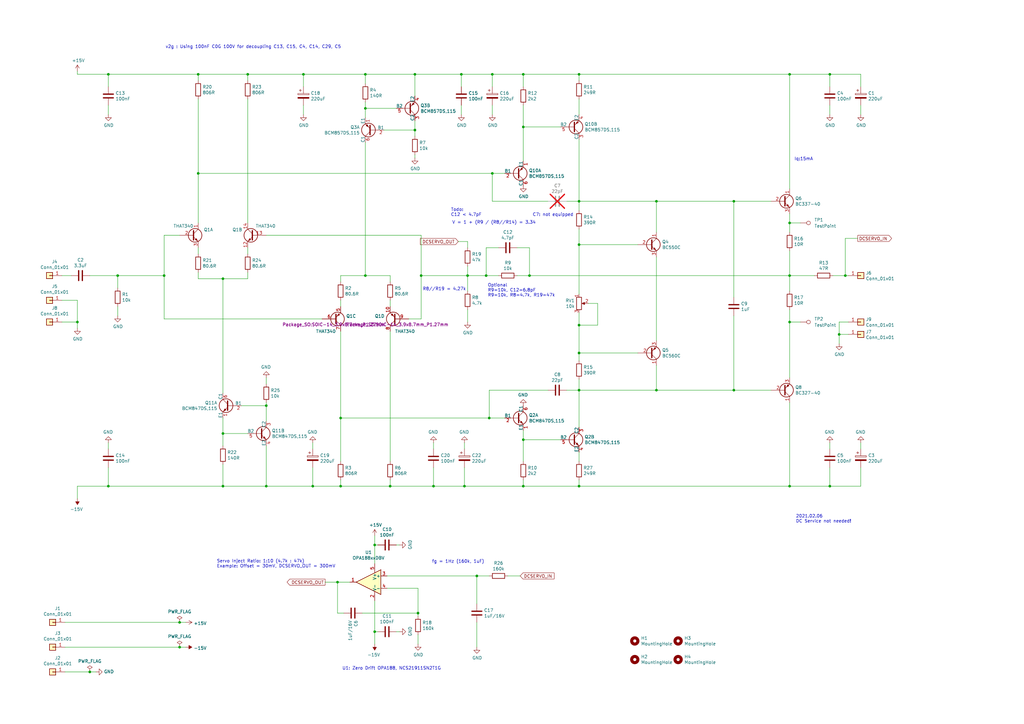
<source format=kicad_sch>
(kicad_sch (version 20231120) (generator "eeschema") (generator_version "8.0")
  (paper "A3")
  (title_block (title "Discrete Pre-Amp Elektor THAT340 with DC Servo") (date "2024-08-12") (rev "v2f"))
  (lib_symbols
    (symbol "Amplifier_Operational:OPA188xxDBV" (pin_names (offset 0.127))
      (property "Reference" "U" (at 0 5.08 0))
      (property "Value" "OPA188xxDBV" (at 0 -5.08 0))
      (symbol "OPA188xxDBV_0_1"
        (pin power_in line (at -2.54 -7.62 90) (length 3.81) (name "V-") (number "2"))
        (pin power_in line (at -2.54 7.62 270) (length 3.81) (name "V+") (number "5"))
      )
      (symbol "OPA188xxDBV_1_1"
        (pin output line (at 7.62 0 180) (length 2.54) (name "~") (number "1"))
        (pin input line (at -7.62 2.54 0) (length 2.54) (name "+") (number "3"))
        (pin input line (at -7.62 -2.54 0) (length 2.54) (name "-") (number "4"))
      )
    )
    (symbol "Connector:TestPoint" (pin_numbers hide) (pin_names (offset 0.762) hide)
      (property "Reference" "TP" (at 0 6.858 0))
      (property "Value" "TestPoint" (at 0 5.08 0))
      (symbol "TestPoint_1_1"
        (pin passive line (at 0 0 90) (length 2.54) (name "1") (number "1"))
      )
    )
    (symbol "Connector_Generic:Conn_01x01" (pin_names (offset 1.016) hide)
      (property "Reference" "J" (at 0 2.54 0))
      (property "Value" "Conn_01x01" (at 0 -2.54 0))
      (symbol "Conn_01x01_1_1"
        (pin passive line (at -5.08 0 0) (length 3.81) (name "Pin_1") (number "1"))
      )
    )
    (symbol "Device:C" (pin_numbers hide) (pin_names (offset 0.254))
      (property "Reference" "C" (at 0.635 2.54 0))
      (property "Value" "C" (at 0.635 -2.54 0))
      (symbol "C_1_1"
        (pin passive line (at 0 3.81 270) (length 2.794) (name "~") (number "1"))
        (pin passive line (at 0 -3.81 90) (length 2.794) (name "~") (number "2"))
      )
    )
    (symbol "Device:C_Polarized" (pin_numbers hide) (pin_names (offset 0.254))
      (property "Reference" "C" (at 0.635 2.54 0))
      (property "Value" "C_Polarized" (at 0.635 -2.54 0))
      (symbol "C_Polarized_1_1"
        (pin passive line (at 0 3.81 270) (length 2.794) (name "~") (number "1"))
        (pin passive line (at 0 -3.81 90) (length 2.794) (name "~") (number "2"))
      )
    )
    (symbol "Device:R" (pin_numbers hide) (pin_names (offset 0))
      (property "Reference" "R" (at 2.032 0 90))
      (property "Value" "R" (at 0 0 90))
      (symbol "R_1_1"
        (pin passive line (at 0 3.81 270) (length 1.27) (name "~") (number "1"))
        (pin passive line (at 0 -3.81 90) (length 1.27) (name "~") (number "2"))
      )
    )
    (symbol "Mechanical:MountingHole" (pin_names (offset 1.016))
      (property "Reference" "H" (at 0 5.08 0))
      (property "Value" "MountingHole" (at 0 3.175 0))
    )
    (symbol "Transistor_BJT:BC327" (pin_names (offset 0) hide)
      (property "Reference" "Q" (at 5.08 1.905 0))
      (property "Value" "BC327" (at 5.08 0 0))
      (symbol "BC327_1_1"
        (pin passive line (at 2.54 5.08 270) (length 2.54) (name "C") (number "1"))
        (pin input line (at -5.08 0 0) (length 5.715) (name "B") (number "2"))
        (pin passive line (at 2.54 -5.08 90) (length 2.54) (name "E") (number "3"))
      )
    )
    (symbol "Transistor_BJT:BC337" (pin_names (offset 0) hide)
      (property "Reference" "Q" (at 5.08 1.905 0))
      (property "Value" "BC337" (at 5.08 0 0))
      (symbol "BC337_1_1"
        (pin passive line (at 2.54 5.08 270) (length 2.54) (name "C") (number "1"))
        (pin input line (at -5.08 0 0) (length 5.08) (name "B") (number "2"))
        (pin passive line (at 2.54 -5.08 90) (length 2.54) (name "E") (number "3"))
      )
    )
    (symbol "Transistor_BJT:BC550" (pin_names (offset 0) hide)
      (property "Reference" "Q" (at 5.08 1.905 0))
      (property "Value" "BC550" (at 5.08 0 0))
      (symbol "BC550_1_1"
        (pin passive line (at 2.54 5.08 270) (length 2.54) (name "C") (number "1"))
        (pin input line (at -5.08 0 0) (length 5.08) (name "B") (number "2"))
        (pin passive line (at 2.54 -5.08 90) (length 2.54) (name "E") (number "3"))
      )
    )
    (symbol "Transistor_BJT:BC560" (pin_names (offset 0) hide)
      (property "Reference" "Q" (at 5.08 1.905 0))
      (property "Value" "BC560" (at 5.08 0 0))
      (symbol "BC560_1_1"
        (pin passive line (at 2.54 5.08 270) (length 2.54) (name "C") (number "1"))
        (pin input line (at -5.08 0 0) (length 5.715) (name "B") (number "2"))
        (pin passive line (at 2.54 -5.08 90) (length 2.54) (name "E") (number "3"))
      )
    )
    (symbol "kicad-snk:BCM847DS,115" (pin_names (offset 0))
      (property "Reference" "Q" (at 5.08 1.27 0))
      (property "Value" "BCM847DS,115" (at 5.08 -1.27 0))
      (symbol "BCM847DS,115_1_1"
        (pin passive line (at 2.54 -5.08 90) (length 2.54) (name "E1") (number "1"))
        (pin input line (at -5.08 0 0) (length 2.54) (name "B1") (number "2"))
        (pin passive line (at 2.54 5.08 270) (length 2.54) (name "C1") (number "6"))
      )
      (symbol "BCM847DS,115_2_1"
        (pin passive line (at 2.54 5.08 270) (length 2.54) (name "C2") (number "3"))
        (pin passive line (at 2.54 -5.08 90) (length 2.54) (name "E2") (number "4"))
        (pin input line (at -5.08 0 0) (length 2.54) (name "B2") (number "5"))
      )
    )
    (symbol "kicad-snk:BCM857DS,115" (pin_names (offset 0))
      (property "Reference" "Q" (at 5.08 1.27 0))
      (property "Value" "BCM857DS,115" (at 5.08 -1.27 0))
      (symbol "BCM857DS,115_1_1"
        (pin passive line (at 2.54 -5.08 90) (length 2.54) (name "E1") (number "1"))
        (pin input line (at -5.08 0 0) (length 2.54) (name "B1") (number "2"))
        (pin passive line (at 2.54 5.08 270) (length 2.54) (name "C1") (number "6"))
      )
      (symbol "BCM857DS,115_2_1"
        (pin passive line (at 2.54 5.08 270) (length 2.54) (name "C2") (number "3"))
        (pin passive line (at 2.54 -5.08 90) (length 2.54) (name "E2") (number "4"))
        (pin input line (at -5.08 0 0) (length 2.54) (name "B2") (number "5"))
      )
    )
    (symbol "kicad-snk:THAT340" (pin_names (offset 0) hide)
      (property "Reference" "Q" (at 5.334 -5.08 0))
      (property "Value" "THAT340" (at 5.334 -6.858 0))
      (property "Datasheet" "http://www.thatcorp.com/datashts/THAT_300-Series_Datasheet.pdf" (at -2.032 0 0))
      (symbol "THAT340_1_1"
        (pin passive line (at 2.54 5.08 270) (length 2.54) (name "C") (number "1"))
        (pin input line (at -5.08 0 0) (length 5.715) (name "B") (number "2"))
        (pin passive line (at 2.54 -5.08 90) (length 2.54) (name "E") (number "3"))
      )
      (symbol "THAT340_2_1"
        (pin passive line (at 2.54 -5.08 90) (length 2.54) (name "E") (number "12"))
        (pin input line (at -5.08 0 0) (length 5.715) (name "B") (number "13"))
        (pin passive line (at 2.54 5.08 270) (length 2.54) (name "C") (number "14"))
      )
      (symbol "THAT340_3_1"
        (pin passive line (at 2.54 5.08 270) (length 2.54) (name "C") (number "5"))
        (pin input line (at -5.08 0 0) (length 5.715) (name "B") (number "6"))
        (pin passive line (at 2.54 -5.08 90) (length 2.54) (name "E") (number "7"))
      )
      (symbol "THAT340_4_1"
        (pin input line (at 2.54 5.08 270) (length 2.54) (name "~") (number "10"))
        (pin passive line (at 2.54 -5.08 90) (length 2.54) (name "E") (number "8"))
        (pin input line (at -5.08 0 0) (length 5.715) (name "B") (number "9"))
      )
      (symbol "THAT340_5_0"
        (text "SUB" (at -2.667 0 0) (effects (font (size 1.524 1.524))))
        (text "SUB" (at 2.921 0 0) (effects (font (size 1.524 1.524))))
      )
      (symbol "THAT340_5_1"
        (pin passive line (at 7.62 0 180) (length 2.54) (name "E") (number "11"))
        (pin input line (at -7.62 0 0) (length 2.54) (name "B") (number "4"))
      )
    )
    (symbol "power:+15V" (power) (pin_names (offset 0))
      (property "Value" "+15V" (at 0 3.556 0))
      (symbol "+15V_1_1"
        (pin power_in line (at 0 0 90) (length 0) hide (name "+15V") (number "1"))
      )
    )
    (symbol "power:-15V" (power) (pin_names (offset 0))
      (property "Value" "-15V" (at 0 3.81 0))
      (symbol "-15V_0_0"
        (pin power_in line (at 0 0 90) (length 0) hide (name "-15V") (number "1"))
      )
    )
    (symbol "power:GND" (power) (pin_names (offset 0))
      (property "Value" "GND" (at 0 -3.81 0))
      (symbol "GND_1_1"
        (pin power_in line (at 0 0 270) (length 0) hide (name "GND") (number "1"))
      )
    )
    (symbol "power:PWR_FLAG" (power) (pin_numbers hide) (pin_names (offset 0) hide)
      (property "Value" "PWR_FLAG" (at 0 3.81 0))
      (symbol "PWR_FLAG_0_0"
        (pin power_out line (at 0 0 90) (length 0) (name "pwr") (number "1"))
      )
    )
    (symbol "pre-amp-discret-rescue:R_POT-Device" (pin_names (offset 1.016) hide)
      (property "Reference" "RV" (at -4.445 0 90))
      (property "Value" "R_POT-Device" (at -2.54 0 90))
      (symbol "R_POT-Device_1_1"
        (pin passive line (at 0 3.81 270) (length 1.27) (name "1") (number "1"))
        (pin passive line (at 3.81 0 180) (length 1.27) (name "2") (number "2"))
        (pin passive line (at 0 -3.81 90) (length 1.27) (name "3") (number "3"))
      )
    )
  )
  (junction (at 201.93 71.12))
  (junction (at 149.86 113.03))
  (junction (at 200.66 171.45))
  (junction (at 237.49 160.02))
  (junction (at 139.7 199.39))
  (junction (at 237.49 100.33))
  (junction (at 139.7 171.45))
  (junction (at 237.49 30.48))
  (junction (at 149.86 30.48))
  (junction (at 170.18 53.34))
  (junction (at 67.31 113.03))
  (junction (at 160.02 199.39))
  (junction (at 237.49 82.55))
  (junction (at 300.99 82.55))
  (junction (at 237.49 133.35))
  (junction (at 124.46 30.48))
  (junction (at 340.36 199.39))
  (junction (at 195.58 236.22))
  (junction (at 201.93 30.48))
  (junction (at 171.45 251.46))
  (junction (at 346.71 113.03))
  (junction (at 149.86 44.45))
  (junction (at 214.63 180.34))
  (junction (at 323.85 132.08))
  (junction (at 323.85 91.44))
  (junction (at 91.44 114.3))
  (junction (at 138.43 238.76))
  (junction (at 172.72 113.03))
  (junction (at 36.83 275.59))
  (junction (at 214.63 30.48))
  (junction (at 153.67 223.52))
  (junction (at 237.49 144.78))
  (junction (at 323.85 113.03))
  (junction (at 44.45 30.48))
  (junction (at 81.28 30.48))
  (junction (at 300.99 160.02))
  (junction (at 44.45 199.39))
  (junction (at 73.66 255.27))
  (junction (at 109.22 166.37))
  (junction (at 323.85 30.48))
  (junction (at 109.22 199.39))
  (junction (at 81.28 71.12))
  (junction (at 170.18 30.48))
  (junction (at 31.75 132.08))
  (junction (at 73.66 265.43))
  (junction (at 91.44 199.39))
  (junction (at 189.23 30.48))
  (junction (at 269.24 160.02))
  (junction (at 191.77 113.03))
  (junction (at 48.26 113.03))
  (junction (at 269.24 82.55))
  (junction (at 340.36 30.48))
  (junction (at 177.8 199.39))
  (junction (at 237.49 199.39))
  (junction (at 91.44 177.8))
  (junction (at 199.39 113.03))
  (junction (at 128.27 199.39))
  (junction (at 101.6 30.48))
  (junction (at 190.5 199.39))
  (junction (at 344.17 137.16))
  (junction (at 214.63 52.07))
  (junction (at 217.17 113.03))
  (junction (at 323.85 199.39))
  (junction (at 214.63 199.39))
  (junction (at 153.67 259.08))
  (wire (pts (xy 26.67 265.43) (xy 73.66 265.43)))
  (wire (pts (xy 81.28 71.12) (xy 81.28 91.44)))
  (wire (pts (xy 157.48 53.34) (xy 170.18 53.34)))
  (wire (pts (xy 73.66 255.27) (xy 76.2 255.27)))
  (wire (pts (xy 347.98 132.08) (xy 344.17 132.08)))
  (wire (pts (xy 91.44 114.3) (xy 81.28 114.3)))
  (wire (pts (xy 237.49 100.33) (xy 237.49 93.98)))
  (wire (pts (xy 177.8 184.15) (xy 177.8 181.61)))
  (wire (pts (xy 163.83 223.52) (xy 162.56 223.52)))
  (wire (pts (xy 201.93 30.48) (xy 214.63 30.48)))
  (wire (pts (xy 323.85 165.1) (xy 323.85 199.39)))
  (wire (pts (xy 158.75 236.22) (xy 195.58 236.22)))
  (wire (pts (xy 109.22 182.88) (xy 109.22 199.39)))
  (wire (pts (xy 323.85 119.38) (xy 323.85 113.03)))
  (wire (pts (xy 212.09 101.6) (xy 217.17 101.6)))
  (wire (pts (xy 353.06 43.18) (xy 353.06 46.99)))
  (wire (pts (xy 353.06 30.48) (xy 340.36 30.48)))
  (wire (pts (xy 237.49 199.39) (xy 237.49 196.85)))
  (wire (pts (xy 67.31 96.52) (xy 67.31 113.03)))
  (wire (pts (xy 261.62 100.33) (xy 237.49 100.33)))
  (wire (pts (xy 149.86 113.03) (xy 160.02 113.03)))
  (wire (pts (xy 189.23 30.48) (xy 189.23 35.56)))
  (wire (pts (xy 190.5 191.77) (xy 190.5 199.39)))
  (wire (pts (xy 172.72 96.52) (xy 172.72 113.03)))
  (wire (pts (xy 138.43 251.46) (xy 138.43 238.76)))
  (wire (pts (xy 153.67 219.71) (xy 153.67 223.52)))
  (wire (pts (xy 237.49 155.575) (xy 237.49 160.02)))
  (wire (pts (xy 153.67 246.38) (xy 153.67 259.08)))
  (wire (pts (xy 170.18 53.34) (xy 170.18 55.88)))
  (wire (pts (xy 269.24 82.55) (xy 237.49 82.55)))
  (wire (pts (xy 344.17 132.08) (xy 344.17 137.16)))
  (wire (pts (xy 347.98 137.16) (xy 344.17 137.16)))
  (wire (pts (xy 31.75 199.39) (xy 44.45 199.39)))
  (wire (pts (xy 340.36 35.56) (xy 340.36 30.48)))
  (wire (pts (xy 237.49 86.36) (xy 237.49 82.55)))
  (wire (pts (xy 323.85 91.44) (xy 328.295 91.44)))
  (wire (pts (xy 232.41 82.55) (xy 237.49 82.55)))
  (wire (pts (xy 237.49 185.42) (xy 237.49 189.23)))
  (wire (pts (xy 237.49 33.02) (xy 237.49 30.48)))
  (wire (pts (xy 25.4 132.08) (xy 31.75 132.08)))
  (wire (pts (xy 160.02 125.73) (xy 160.02 123.19)))
  (wire (pts (xy 148.59 251.46) (xy 171.45 251.46)))
  (wire (pts (xy 189.23 30.48) (xy 201.93 30.48)))
  (wire (pts (xy 26.67 255.27) (xy 73.66 255.27)))
  (wire (pts (xy 149.86 44.45) (xy 162.56 44.45)))
  (wire (pts (xy 170.18 63.5) (xy 170.18 64.77)))
  (wire (pts (xy 160.02 135.89) (xy 160.02 189.23)))
  (wire (pts (xy 109.22 96.52) (xy 172.72 96.52)))
  (wire (pts (xy 199.39 113.03) (xy 191.77 113.03)))
  (wire (pts (xy 214.63 30.48) (xy 237.49 30.48)))
  (wire (pts (xy 101.6 40.64) (xy 101.6 91.44)))
  (wire (pts (xy 44.45 35.56) (xy 44.45 30.48)))
  (wire (pts (xy 149.86 34.29) (xy 149.86 30.48)))
  (wire (pts (xy 160.02 199.39) (xy 177.8 199.39)))
  (wire (pts (xy 189.23 46.99) (xy 189.23 43.18)))
  (wire (pts (xy 44.45 184.15) (xy 44.45 181.61)))
  (wire (pts (xy 214.63 199.39) (xy 237.49 199.39)))
  (wire (pts (xy 109.22 165.1) (xy 109.22 166.37)))
  (wire (pts (xy 139.7 135.89) (xy 139.7 171.45)))
  (wire (pts (xy 128.27 184.15) (xy 128.27 181.61)))
  (wire (pts (xy 153.67 259.08) (xy 153.67 264.16)))
  (wire (pts (xy 101.6 30.48) (xy 101.6 33.02)))
  (wire (pts (xy 48.26 118.11) (xy 48.26 113.03)))
  (wire (pts (xy 323.85 87.63) (xy 323.85 91.44)))
  (wire (pts (xy 109.22 166.37) (xy 109.22 172.72)))
  (wire (pts (xy 48.26 113.03) (xy 67.31 113.03)))
  (wire (pts (xy 31.75 30.48) (xy 31.75 29.21)))
  (wire (pts (xy 149.86 41.91) (xy 149.86 44.45)))
  (wire (pts (xy 26.67 275.59) (xy 36.83 275.59)))
  (wire (pts (xy 340.36 199.39) (xy 340.36 191.77)))
  (wire (pts (xy 177.8 191.77) (xy 177.8 199.39)))
  (wire (pts (xy 139.7 171.45) (xy 200.66 171.45)))
  (wire (pts (xy 67.31 113.03) (xy 67.31 130.81)))
  (wire (pts (xy 245.11 133.35) (xy 237.49 133.35)))
  (wire (pts (xy 300.99 160.02) (xy 269.24 160.02)))
  (wire (pts (xy 109.22 157.48) (xy 109.22 154.94)))
  (wire (pts (xy 139.7 125.73) (xy 139.7 123.19)))
  (wire (pts (xy 73.66 265.43) (xy 76.2 265.43)))
  (wire (pts (xy 44.45 199.39) (xy 44.45 191.77)))
  (wire (pts (xy 346.71 113.03) (xy 347.98 113.03)))
  (wire (pts (xy 139.7 113.03) (xy 149.86 113.03)))
  (wire (pts (xy 237.49 199.39) (xy 323.85 199.39)))
  (wire (pts (xy 323.85 199.39) (xy 340.36 199.39)))
  (wire (pts (xy 300.99 129.54) (xy 300.99 160.02)))
  (wire (pts (xy 31.75 132.08) (xy 31.75 134.62)))
  (wire (pts (xy 172.72 113.03) (xy 191.77 113.03)))
  (wire (pts (xy 237.49 144.78) (xy 237.49 147.955)))
  (wire (pts (xy 237.49 160.02) (xy 237.49 175.26)))
  (wire (pts (xy 340.36 184.15) (xy 340.36 181.61)))
  (wire (pts (xy 44.45 46.99) (xy 44.45 43.18)))
  (wire (pts (xy 190.5 184.15) (xy 190.5 181.61)))
  (wire (pts (xy 153.67 223.52) (xy 153.67 231.14)))
  (wire (pts (xy 170.18 49.53) (xy 170.18 53.34)))
  (wire (pts (xy 81.28 71.12) (xy 201.93 71.12)))
  (wire (pts (xy 323.85 30.48) (xy 340.36 30.48)))
  (wire (pts (xy 237.49 133.35) (xy 237.49 144.78)))
  (wire (pts (xy 170.18 39.37) (xy 170.18 30.48)))
  (wire (pts (xy 237.49 30.48) (xy 323.85 30.48)))
  (wire (pts (xy 128.27 199.39) (xy 128.27 191.77)))
  (wire (pts (xy 101.6 114.3) (xy 91.44 114.3)))
  (wire (pts (xy 217.17 113.03) (xy 323.85 113.03)))
  (wire (pts (xy 167.64 130.81) (xy 172.72 130.81)))
  (wire (pts (xy 31.75 204.47) (xy 31.75 199.39)))
  (wire (pts (xy 232.41 160.02) (xy 237.49 160.02)))
  (wire (pts (xy 81.28 114.3) (xy 81.28 111.76)))
  (wire (pts (xy 101.6 177.8) (xy 91.44 177.8)))
  (wire (pts (xy 36.83 113.03) (xy 48.26 113.03)))
  (wire (pts (xy 154.94 259.08) (xy 153.67 259.08)))
  (wire (pts (xy 81.28 104.14) (xy 81.28 101.6)))
  (wire (pts (xy 31.75 30.48) (xy 44.45 30.48)))
  (wire (pts (xy 31.75 123.19) (xy 31.75 132.08)))
  (wire (pts (xy 160.02 115.57) (xy 160.02 113.03)))
  (wire (pts (xy 101.6 104.14) (xy 101.6 101.6)))
  (wire (pts (xy 201.93 71.12) (xy 207.01 71.12)))
  (wire (pts (xy 172.72 113.03) (xy 172.72 130.81)))
  (wire (pts (xy 140.97 251.46) (xy 138.43 251.46)))
  (wire (pts (xy 191.77 101.6) (xy 191.77 99.06)))
  (wire (pts (xy 201.93 82.55) (xy 201.93 71.12)))
  (wire (pts (xy 212.09 113.03) (xy 217.17 113.03)))
  (wire (pts (xy 99.06 166.37) (xy 109.22 166.37)))
  (wire (pts (xy 300.99 121.92) (xy 300.99 82.55)))
  (wire (pts (xy 91.44 177.8) (xy 91.44 171.45)))
  (wire (pts (xy 323.85 113.03) (xy 334.01 113.03)))
  (wire (pts (xy 269.24 149.86) (xy 269.24 160.02)))
  (wire (pts (xy 44.45 199.39) (xy 91.44 199.39)))
  (wire (pts (xy 353.06 184.15) (xy 353.06 181.61)))
  (wire (pts (xy 323.85 30.48) (xy 323.85 77.47)))
  (wire (pts (xy 346.71 97.79) (xy 346.71 113.03)))
  (wire (pts (xy 109.22 199.39) (xy 128.27 199.39)))
  (wire (pts (xy 139.7 115.57) (xy 139.7 113.03)))
  (wire (pts (xy 245.11 124.46) (xy 245.11 133.35)))
  (wire (pts (xy 199.39 101.6) (xy 199.39 113.03)))
  (wire (pts (xy 36.83 275.59) (xy 39.37 275.59)))
  (wire (pts (xy 128.27 199.39) (xy 139.7 199.39)))
  (wire (pts (xy 353.06 199.39) (xy 353.06 191.77)))
  (wire (pts (xy 25.4 113.03) (xy 29.21 113.03)))
  (wire (pts (xy 149.86 30.48) (xy 170.18 30.48)))
  (wire (pts (xy 224.79 160.02) (xy 200.66 160.02)))
  (wire (pts (xy 171.45 260.35) (xy 171.45 264.16)))
  (wire (pts (xy 149.86 58.42) (xy 149.86 113.03)))
  (wire (pts (xy 241.3 124.46) (xy 245.11 124.46)))
  (wire (pts (xy 124.46 35.56) (xy 124.46 30.48)))
  (wire (pts (xy 195.58 236.22) (xy 200.66 236.22)))
  (wire (pts (xy 139.7 199.39) (xy 160.02 199.39)))
  (wire (pts (xy 171.45 241.3) (xy 158.75 241.3)))
  (wire (pts (xy 353.06 199.39) (xy 340.36 199.39)))
  (wire (pts (xy 25.4 123.19) (xy 31.75 123.19)))
  (wire (pts (xy 208.28 236.22) (xy 213.36 236.22)))
  (wire (pts (xy 217.17 101.6) (xy 217.17 113.03)))
  (wire (pts (xy 224.79 82.55) (xy 201.93 82.55)))
  (wire (pts (xy 177.8 199.39) (xy 190.5 199.39)))
  (wire (pts (xy 48.26 129.54) (xy 48.26 125.73)))
  (wire (pts (xy 133.35 238.76) (xy 138.43 238.76)))
  (wire (pts (xy 214.63 43.18) (xy 214.63 52.07)))
  (wire (pts (xy 214.63 176.53) (xy 214.63 180.34)))
  (wire (pts (xy 214.63 180.34) (xy 214.63 189.23)))
  (wire (pts (xy 139.7 199.39) (xy 139.7 196.85)))
  (wire (pts (xy 214.63 30.48) (xy 214.63 35.56)))
  (wire (pts (xy 81.28 30.48) (xy 101.6 30.48)))
  (wire (pts (xy 191.77 127) (xy 191.77 132.08)))
  (wire (pts (xy 81.28 30.48) (xy 81.28 33.02)))
  (wire (pts (xy 191.77 113.03) (xy 191.77 119.38)))
  (wire (pts (xy 200.66 160.02) (xy 200.66 171.45)))
  (wire (pts (xy 124.46 43.18) (xy 124.46 46.99)))
  (wire (pts (xy 214.63 196.85) (xy 214.63 199.39)))
  (wire (pts (xy 67.31 96.52) (xy 73.66 96.52)))
  (wire (pts (xy 163.83 259.08) (xy 162.56 259.08)))
  (wire (pts (xy 201.93 43.18) (xy 201.93 46.99)))
  (wire (pts (xy 204.47 101.6) (xy 199.39 101.6)))
  (wire (pts (xy 171.45 252.73) (xy 171.45 251.46)))
  (wire (pts (xy 269.24 160.02) (xy 237.49 160.02)))
  (wire (pts (xy 195.58 247.65) (xy 195.58 236.22)))
  (wire (pts (xy 344.17 140.97) (xy 344.17 137.16)))
  (wire (pts (xy 199.39 113.03) (xy 204.47 113.03)))
  (wire (pts (xy 214.63 52.07) (xy 214.63 66.04)))
  (wire (pts (xy 237.49 120.65) (xy 237.49 100.33)))
  (wire (pts (xy 353.06 35.56) (xy 353.06 30.48)))
  (wire (pts (xy 269.24 105.41) (xy 269.24 139.7)))
  (wire (pts (xy 341.63 113.03) (xy 346.71 113.03)))
  (wire (pts (xy 323.85 91.44) (xy 323.85 95.25)))
  (wire (pts (xy 170.18 30.48) (xy 189.23 30.48)))
  (wire (pts (xy 237.49 40.64) (xy 237.49 46.99)))
  (wire (pts (xy 214.63 180.34) (xy 229.87 180.34)))
  (wire (pts (xy 237.49 57.15) (xy 237.49 82.55)))
  (wire (pts (xy 190.5 199.39) (xy 214.63 199.39)))
  (wire (pts (xy 171.45 251.46) (xy 171.45 241.3)))
  (wire (pts (xy 138.43 238.76) (xy 143.51 238.76)))
  (wire (pts (xy 124.46 30.48) (xy 101.6 30.48)))
  (wire (pts (xy 323.85 132.08) (xy 323.85 154.94)))
  (wire (pts (xy 139.7 171.45) (xy 139.7 189.23)))
  (wire (pts (xy 323.85 132.08) (xy 328.295 132.08)))
  (wire (pts (xy 191.77 99.06) (xy 187.96 99.06)))
  (wire (pts (xy 195.58 265.43) (xy 195.58 255.27)))
  (wire (pts (xy 323.85 113.03) (xy 323.85 102.87)))
  (wire (pts (xy 160.02 199.39) (xy 160.02 196.85)))
  (wire (pts (xy 101.6 114.3) (xy 101.6 111.76)))
  (wire (pts (xy 351.79 97.79) (xy 346.71 97.79)))
  (wire (pts (xy 67.31 130.81) (xy 132.08 130.81)))
  (wire (pts (xy 269.24 95.25) (xy 269.24 82.55)))
  (wire (pts (xy 91.44 199.39) (xy 109.22 199.39)))
  (wire (pts (xy 300.99 82.55) (xy 269.24 82.55)))
  (wire (pts (xy 154.94 223.52) (xy 153.67 223.52)))
  (wire (pts (xy 323.85 132.08) (xy 323.85 127)))
  (wire (pts (xy 44.45 30.48) (xy 81.28 30.48)))
  (wire (pts (xy 91.44 161.29) (xy 91.44 114.3)))
  (wire (pts (xy 149.86 44.45) (xy 149.86 48.26)))
  (wire (pts (xy 316.23 160.02) (xy 300.99 160.02)))
  (wire (pts (xy 91.44 190.5) (xy 91.44 199.39)))
  (wire (pts (xy 191.77 109.22) (xy 191.77 113.03)))
  (wire (pts (xy 237.49 128.27) (xy 237.49 133.35)))
  (wire (pts (xy 261.62 144.78) (xy 237.49 144.78)))
  (wire (pts (xy 340.36 46.99) (xy 340.36 43.18)))
  (wire (pts (xy 91.44 182.88) (xy 91.44 177.8)))
  (wire (pts (xy 124.46 30.48) (xy 149.86 30.48)))
  (wire (pts (xy 81.28 40.64) (xy 81.28 71.12)))
  (wire (pts (xy 200.66 171.45) (xy 207.01 171.45)))
  (wire (pts (xy 201.93 30.48) (xy 201.93 35.56)))
  (wire (pts (xy 316.23 82.55) (xy 300.99 82.55)))
  (wire (pts (xy 214.63 52.07) (xy 229.87 52.07)))
  (text "V = 1 + (R9 / (R8//R14) = 3.34" (at 185.42 92.075 0) (effects (font (size 1.27 1.27)) (justify left bottom)))
  (text "U1: Zero Drift OPA188, NCS21911SN2T1G" (at 140.335 274.955 0) (effects (font (size 1.27 1.27)) (justify left bottom)))
  (text "R8//R19 = 4.27k" (at 173.355 119.38 0) (effects (font (size 1.27 1.27)) (justify left bottom)))
  (text "2021.02.06\nDC Service not needed!" (at 326.39 214.63 0) (effects (font (size 1.27 1.27)) (justify left bottom)))
  (text "fg = 1Hz (160k, 1uF)" (at 177.165 231.14 0) (effects (font (size 1.27 1.27)) (justify left bottom)))
  (text "v2g : Using 100nF C0G 100V for decoupling C13, C15, C4, C14, C29, C5" (at 103.886 19.304 0) (effects (font (size 1.27 1.27))))
  (text "Optional\nR9=10k, C12=6.8pF\nR9=10k, R8=4.7k, R19=47k" (at 200.025 121.92 0) (effects (font (size 1.27 1.27)) (justify left bottom)))
  (text "Todo:\nC12 < 4.7pF" (at 184.912 88.9 0) (effects (font (size 1.27 1.27)) (justify left bottom)))
  (text "C7: not equipped" (at 218.44 88.9 0) (effects (font (size 1.27 1.27)) (justify left bottom)))
  (text "Servo Inject Ratio: 1:10 (4.7k : 47k)\nExample: Offset = 30mV, DCSERVO_OUT = 300mV" (at 88.9 233.045 0) (effects (font (size 1.27 1.27)) (justify left bottom)))
  (text "Iq:15mA" (at 325.755 66.04 0) (effects (font (size 1.27 1.27)) (justify left bottom)))
  (global_label "DCSERVO_OUT" (shape output) (at 133.35 238.76 180) (property "Intersheetrefs" "${INTERSHEET_REFS}" (effects (hide yes))))
  (global_label "DCSERVO_OUT" (shape input) (at 187.96 99.06 180) (property "Intersheetrefs" "${INTERSHEET_REFS}" (effects (hide yes))))
  (global_label "DCSERVO_IN" (shape output) (at 351.79 97.79 0) (property "Intersheetrefs" "${INTERSHEET_REFS}" (effects (hide yes))))
  (global_label "DCSERVO_IN" (shape input) (at 213.36 236.22 0) (property "Intersheetrefs" "${INTERSHEET_REFS}" (effects (hide yes))))
  (symbol (lib_id "Device:R") (at 160.02 193.04 0) (unit 1)
    (property "Reference" "R6" (at 161.798 191.8716 0) (effects (justify left)))
    (property "Value" "806R" (at 161.798 194.183 0) (effects (justify left)))
    (property "Footprint" "Resistor_SMD:R_0805_2012Metric_Pad1.20x1.40mm_HandSolder" (effects (hide yes)))
  )
  (symbol (lib_id "Device:C") (at 33.02 113.03 270) (unit 1)
    (property "Reference" "C2" (at 33.02 106.6292 90))
    (property "Value" "3.3uF" (at 33.02 108.9406 90))
    (property "Footprint" "Capacitor_THT:C_Rect_L7.2mm_W7.2mm_P5.00mm_FKS2_FKP2_MKS2_MKP2" (effects (hide yes)))
  )
  (symbol (lib_id "power:GND") (at 48.26 129.54 0) (unit 1)
    (property "Reference" "#PWR09" (effects (hide yes)))
    (property "Value" "GND" (at 48.387 133.9342 0))
  )
  (symbol (lib_id "Device:R") (at 139.7 193.04 0) (unit 1)
    (property "Reference" "R3" (at 141.478 191.8716 0) (effects (justify left)))
    (property "Value" "806R" (at 141.478 194.183 0) (effects (justify left)))
    (property "Footprint" "Resistor_SMD:R_0805_2012Metric_Pad1.20x1.40mm_HandSolder" (effects (hide yes)))
  )
  (symbol (lib_id "Device:R") (at 48.26 121.92 0) (unit 1)
    (property "Reference" "R1" (at 50.038 120.7516 0) (effects (justify left)))
    (property "Value" "10k" (at 50.038 123.063 0) (effects (justify left)))
    (property "Footprint" "Resistor_SMD:R_0805_2012Metric_Pad1.20x1.40mm_HandSolder" (effects (hide yes)))
  )
  (symbol (lib_id "Device:R") (at 191.77 123.19 0) (unit 1)
    (property "Reference" "R8" (at 193.548 122.0216 0) (effects (justify left)))
    (property "Value" "4.7k" (at 193.548 124.333 0) (effects (justify left)))
    (property "Footprint" "Resistor_SMD:R_0805_2012Metric_Pad1.20x1.40mm_HandSolder" (effects (hide yes)))
  )
  (symbol (lib_id "Device:R") (at 208.28 113.03 270) (unit 1)
    (property "Reference" "R9" (at 208.28 107.7722 90))
    (property "Value" "10k" (at 208.28 110.0836 90))
    (property "Footprint" "Resistor_SMD:R_0805_2012Metric_Pad1.20x1.40mm_HandSolder" (effects (hide yes)))
  )
  (symbol (lib_id "Device:R") (at 139.7 119.38 0) (unit 1)
    (property "Reference" "R2" (at 141.478 118.2116 0) (effects (justify left)))
    (property "Value" "80.6R" (at 141.478 120.523 0) (effects (justify left)))
    (property "Footprint" "Resistor_SMD:R_0805_2012Metric_Pad1.20x1.40mm_HandSolder" (effects (hide yes)))
  )
  (symbol (lib_id "Device:R") (at 160.02 119.38 0) (unit 1)
    (property "Reference" "R5" (at 161.798 118.2116 0) (effects (justify left)))
    (property "Value" "80.6R" (at 161.798 120.523 0) (effects (justify left)))
    (property "Footprint" "Resistor_SMD:R_0805_2012Metric_Pad1.20x1.40mm_HandSolder" (effects (hide yes)))
  )
  (symbol (lib_id "Device:R") (at 149.86 38.1 0) (unit 1)
    (property "Reference" "R4" (at 151.638 36.9316 0) (effects (justify left)))
    (property "Value" "140R" (at 151.638 39.243 0) (effects (justify left)))
    (property "Footprint" "Resistor_SMD:R_0805_2012Metric_Pad1.20x1.40mm_HandSolder" (effects (hide yes)))
  )
  (symbol (lib_id "Device:R") (at 170.18 59.69 0) (unit 1)
    (property "Reference" "R7" (at 171.958 58.5216 0) (effects (justify left)))
    (property "Value" "10k" (at 171.958 60.833 0) (effects (justify left)))
    (property "Footprint" "Resistor_SMD:R_0805_2012Metric_Pad1.20x1.40mm_HandSolder" (effects (hide yes)))
  )
  (symbol (lib_id "Device:R") (at 237.49 36.83 0) (unit 1)
    (property "Reference" "R11" (at 239.268 35.6616 0) (effects (justify left)))
    (property "Value" "249R" (at 239.268 37.973 0) (effects (justify left)))
    (property "Footprint" "Resistor_SMD:R_0805_2012Metric_Pad1.20x1.40mm_HandSolder" (effects (hide yes)))
  )
  (symbol (lib_id "power:GND") (at 191.77 132.08 0) (unit 1)
    (property "Reference" "#PWR013" (effects (hide yes)))
    (property "Value" "GND" (at 191.897 136.4742 0))
  )
  (symbol (lib_id "power:GND") (at 31.75 134.62 0) (unit 1)
    (property "Reference" "#PWR04" (effects (hide yes)))
    (property "Value" "GND" (at 31.877 139.0142 0))
  )
  (symbol (lib_id "Mechanical:MountingHole") (at 260.35 262.89 0) (unit 1)
    (property "Reference" "H1" (at 262.89 261.7216 0) (effects (justify left)))
    (property "Value" "MountingHole" (at 262.89 264.033 0) (effects (justify left)))
    (property "Footprint" "MountingHole:MountingHole_3.2mm_M3_Pad_Via" (effects (hide yes)))
  )
  (symbol (lib_id "Mechanical:MountingHole") (at 278.13 262.89 0) (unit 1)
    (property "Reference" "H3" (at 280.67 261.7216 0) (effects (justify left)))
    (property "Value" "MountingHole" (at 280.67 264.033 0) (effects (justify left)))
    (property "Footprint" "MountingHole:MountingHole_3.2mm_M3_Pad_Via" (effects (hide yes)))
  )
  (symbol (lib_id "Mechanical:MountingHole") (at 260.35 270.51 0) (unit 1)
    (property "Reference" "H2" (at 262.89 269.3416 0) (effects (justify left)))
    (property "Value" "MountingHole" (at 262.89 271.653 0) (effects (justify left)))
    (property "Footprint" "MountingHole:MountingHole_3.2mm_M3_Pad_Via" (effects (hide yes)))
  )
  (symbol (lib_id "Mechanical:MountingHole") (at 278.13 270.51 0) (unit 1)
    (property "Reference" "H4" (at 280.67 269.3416 0) (effects (justify left)))
    (property "Value" "MountingHole" (at 280.67 271.653 0) (effects (justify left)))
    (property "Footprint" "MountingHole:MountingHole_3.2mm_M3_Pad_Via" (effects (hide yes)))
  )
  (symbol (lib_id "Connector_Generic:Conn_01x01") (at 20.32 113.03 180) (unit 1)
    (property "Reference" "J4" (at 22.4028 107.315 0))
    (property "Value" "Conn_01x01" (at 22.4028 109.6264 0))
    (property "Footprint" "Connector_Pin:Pin_D1.0mm_L10.0mm" (effects (hide yes)))
  )
  (symbol (lib_id "Connector_Generic:Conn_01x01") (at 20.32 123.19 180) (unit 1)
    (property "Reference" "J5" (at 22.4028 117.475 0))
    (property "Value" "Conn_01x01" (at 22.4028 119.7864 0))
    (property "Footprint" "Connector_Pin:Pin_D1.0mm_L10.0mm" (effects (hide yes)))
  )
  (symbol (lib_id "power:GND") (at 170.18 64.77 0) (unit 1)
    (property "Reference" "#PWR012" (effects (hide yes)))
    (property "Value" "GND" (at 170.307 69.1642 0))
  )
  (symbol (lib_id "power:+15V") (at 31.75 29.21 0) (unit 1)
    (property "Reference" "#PWR05" (effects (hide yes)))
    (property "Value" "+15V" (at 32.131 24.8158 0))
  )
  (symbol (lib_id "power:-15V") (at 31.75 204.47 180) (unit 1)
    (property "Reference" "#PWR08" (effects (hide yes)))
    (property "Value" "-15V" (at 31.369 208.8642 0))
  )
  (symbol (lib_id "Connector_Generic:Conn_01x01") (at 353.06 113.03 0) (unit 1)
    (property "Reference" "J6" (at 355.092 111.9632 0) (effects (justify left)))
    (property "Value" "Conn_01x01" (at 355.092 114.2746 0) (effects (justify left)))
    (property "Footprint" "Connector_Pin:Pin_D1.0mm_L10.0mm" (effects (hide yes)))
  )
  (symbol (lib_id "Connector_Generic:Conn_01x01") (at 353.06 137.16 0) (unit 1)
    (property "Reference" "J7" (at 355.092 136.0932 0) (effects (justify left)))
    (property "Value" "Conn_01x01" (at 355.092 138.4046 0) (effects (justify left)))
    (property "Footprint" "Connector_Pin:Pin_D1.0mm_L10.0mm" (effects (hide yes)))
  )
  (symbol (lib_id "Connector_Generic:Conn_01x01") (at 21.59 255.27 180) (unit 1)
    (property "Reference" "J1" (at 23.6728 249.555 0))
    (property "Value" "Conn_01x01" (at 23.6728 251.8664 0))
    (property "Footprint" "Connector_Pin:Pin_D1.0mm_L10.0mm" (effects (hide yes)))
  )
  (symbol (lib_id "Connector_Generic:Conn_01x01") (at 21.59 275.59 180) (unit 1)
    (property "Reference" "J2" (at 23.6728 269.875 0))
    (property "Value" "Conn_01x01" (at 23.6728 272.1864 0))
    (property "Footprint" "Connector_Pin:Pin_D1.0mm_L10.0mm" (effects (hide yes)))
  )
  (symbol (lib_id "Connector_Generic:Conn_01x01") (at 21.59 265.43 180) (unit 1)
    (property "Reference" "J3" (at 23.6728 259.715 0))
    (property "Value" "Conn_01x01" (at 23.6728 262.0264 0))
    (property "Footprint" "Connector_Pin:Pin_D1.0mm_L10.0mm" (effects (hide yes)))
  )
  (symbol (lib_id "power:GND") (at 39.37 275.59 90) (unit 1)
    (property "Reference" "#PWR02" (effects (hide yes)))
    (property "Value" "GND" (at 42.6212 275.463 90) (effects (justify right)))
  )
  (symbol (lib_id "power:+15V") (at 76.2 255.27 270) (unit 1)
    (property "Reference" "#PWR01" (effects (hide yes)))
    (property "Value" "+15V" (at 79.4512 255.651 90) (effects (justify left)))
  )
  (symbol (lib_id "Device:C_Polarized") (at 353.06 187.96 0) (unit 1)
    (property "Reference" "C3" (at 356.0572 186.7916 0) (effects (justify left)))
    (property "Value" "220uF" (at 356.0572 189.103 0) (effects (justify left)))
    (property "Footprint" "Capacitor_THT:CP_Radial_D8.0mm_P3.50mm" (effects (hide yes)))
  )
  (symbol (lib_id "Device:C") (at 340.36 187.96 180) (unit 1)
    (property "Reference" "C5" (at 343.281 186.7916 0) (effects (justify right)))
    (property "Value" "100nF" (at 343.281 189.103 0) (effects (justify right)))
    (property "Footprint" "Capacitor_SMD:C_1206_3216Metric_Pad1.33x1.80mm_HandSolder" (effects (hide yes)))
  )
  (symbol (lib_id "power:GND") (at 44.45 181.61 180) (unit 1)
    (property "Reference" "#PWR011" (effects (hide yes)))
    (property "Value" "GND" (at 44.323 177.2158 0))
  )
  (symbol (lib_id "Device:R") (at 337.82 113.03 270) (unit 1)
    (property "Reference" "R13" (at 337.82 107.7722 90))
    (property "Value" "47R" (at 337.82 110.0836 90))
    (property "Footprint" "Resistor_SMD:R_0805_2012Metric_Pad1.20x1.40mm_HandSolder" (effects (hide yes)))
  )
  (symbol (lib_id "Device:C_Polarized") (at 353.06 39.37 0) (unit 1)
    (property "Reference" "C1" (at 356.0572 38.2016 0) (effects (justify left)))
    (property "Value" "220uF" (at 356.0572 40.513 0) (effects (justify left)))
    (property "Footprint" "Capacitor_THT:CP_Radial_D8.0mm_P3.50mm" (effects (hide yes)))
  )
  (symbol (lib_id "Device:C") (at 340.36 39.37 180) (unit 1)
    (property "Reference" "C4" (at 343.281 38.2016 0) (effects (justify right)))
    (property "Value" "100nF" (at 343.281 40.513 0) (effects (justify right)))
    (property "Footprint" "Capacitor_SMD:C_1206_3216Metric_Pad1.33x1.80mm_HandSolder" (effects (hide yes)))
  )
  (symbol (lib_id "power:GND") (at 44.45 46.99 0) (unit 1)
    (property "Reference" "#PWR010" (effects (hide yes)))
    (property "Value" "GND" (at 44.577 51.3842 0))
  )
  (symbol (lib_id "power:GND") (at 344.17 140.97 0) (unit 1)
    (property "Reference" "#PWR015" (effects (hide yes)))
    (property "Value" "GND" (at 344.297 145.3642 0))
  )
  (symbol (lib_id "power:-15V") (at 76.2 265.43 270) (unit 1)
    (property "Reference" "#PWR0101" (effects (hide yes)))
    (property "Value" "-15V" (at 79.4512 265.811 90) (effects (justify left)))
  )
  (symbol (lib_id "power:PWR_FLAG") (at 36.83 275.59 0) (unit 1)
    (property "Reference" "#FLG0101" (effects (hide yes)))
    (property "Value" "PWR_FLAG" (at 36.83 271.1958 0))
  )
  (symbol (lib_id "power:PWR_FLAG") (at 73.66 265.43 0) (unit 1)
    (property "Reference" "#FLG0103" (effects (hide yes)))
    (property "Value" "PWR_FLAG" (at 73.66 261.0358 0))
  )
  (symbol (lib_id "Device:C") (at 208.28 101.6 270) (unit 1)
    (property "Reference" "C12" (at 208.28 95.1992 90))
    (property "Value" "4.7pF" (at 208.28 97.5106 90))
    (property "Footprint" "Capacitor_SMD:C_0805_2012Metric_Pad1.18x1.45mm_HandSolder" (effects (hide yes)))
  )
  (symbol (lib_id "Device:C") (at 44.45 39.37 180) (unit 1)
    (property "Reference" "C13" (at 47.371 38.2016 0) (effects (justify right)))
    (property "Value" "100nF" (at 47.371 40.513 0) (effects (justify right)))
    (property "Footprint" "Capacitor_SMD:C_1206_3216Metric_Pad1.33x1.80mm_HandSolder" (effects (hide yes)))
  )
  (symbol (lib_id "Device:C") (at 44.45 187.96 180) (unit 1)
    (property "Reference" "C14" (at 47.371 186.7916 0) (effects (justify right)))
    (property "Value" "100nF" (at 47.371 189.103 0) (effects (justify right)))
    (property "Footprint" "Capacitor_SMD:C_1206_3216Metric_Pad1.33x1.80mm_HandSolder" (effects (hide yes)))
  )
  (symbol (lib_id "power:GND") (at 340.36 181.61 180) (unit 1)
    (property "Reference" "#PWR018" (effects (hide yes)))
    (property "Value" "GND" (at 340.233 177.2158 0))
  )
  (symbol (lib_id "power:GND") (at 340.36 46.99 0) (unit 1)
    (property "Reference" "#PWR017" (effects (hide yes)))
    (property "Value" "GND" (at 340.487 51.3842 0))
  )
  (symbol (lib_id "power:GND") (at 353.06 46.99 0) (unit 1)
    (property "Reference" "#PWR019" (effects (hide yes)))
    (property "Value" "GND" (at 353.187 51.3842 0))
  )
  (symbol (lib_id "power:GND") (at 353.06 181.61 180) (unit 1)
    (property "Reference" "#PWR020" (effects (hide yes)))
    (property "Value" "GND" (at 352.933 177.2158 0))
  )
  (symbol (lib_id "kicad-snk:BCM847DS,115") (at 93.98 166.37 0) (mirror y) (unit 1)
    (property "Reference" "Q11" (at 89.1286 165.2016 0) (effects (justify left)))
    (property "Value" "BCM847DS,115" (at 89.1286 167.513 0) (effects (justify left)))
    (property "Footprint" "Package_TO_SOT_SMD:SC-74-6_1.55x2.9mm_P0.95mm" (effects (hide yes)))
    (property "Datasheet" "https://www.analog.com/media/en/technical-documentation/obsolete-data-sheets/SSM2210.pdf" (effects (hide yes)))
  )
  (symbol (lib_id "kicad-snk:BCM847DS,115") (at 106.68 177.8 0) (unit 2)
    (property "Reference" "Q11" (at 111.506 176.6316 0) (effects (justify left)))
    (property "Value" "BCM847DS,115" (at 111.506 178.943 0) (effects (justify left)))
    (property "Footprint" "Package_TO_SOT_SMD:SC-74-6_1.55x2.9mm_P0.95mm" (effects (hide yes)))
    (property "Datasheet" "https://www.analog.com/media/en/technical-documentation/obsolete-data-sheets/SSM2210.pdf" (effects (hide yes)))
  )
  (symbol (lib_id "power:PWR_FLAG") (at 73.66 255.27 0) (unit 1)
    (property "Reference" "#FLG01" (effects (hide yes)))
    (property "Value" "PWR_FLAG" (at 73.66 250.8758 0))
  )
  (symbol (lib_id "kicad-snk:BCM857DS,115") (at 167.64 44.45 0) (mirror x) (unit 2)
    (property "Reference" "Q3" (at 172.466 43.2816 0) (effects (justify left)))
    (property "Value" "BCM857DS,115" (at 172.466 45.593 0) (effects (justify left)))
    (property "Footprint" "Package_TO_SOT_SMD:SC-74-6_1.55x2.9mm_P0.95mm" (effects (hide yes)))
    (property "Datasheet" "https://www.analog.com/media/en/technical-documentation/data-sheets/SSM2220.pdf" (effects (hide yes)))
  )
  (symbol (lib_id "kicad-snk:BCM857DS,115") (at 152.4 53.34 180) (unit 1)
    (property "Reference" "Q3" (at 147.5486 52.1716 0) (effects (justify left)))
    (property "Value" "BCM857DS,115" (at 147.5486 54.483 0) (effects (justify left)))
    (property "Footprint" "Package_TO_SOT_SMD:SC-74-6_1.55x2.9mm_P0.95mm" (effects (hide yes)))
    (property "Datasheet" "https://www.analog.com/media/en/technical-documentation/data-sheets/SSM2220.pdf" (effects (hide yes)))
  )
  (symbol (lib_id "Device:R") (at 237.49 193.04 0) (unit 1)
    (property "Reference" "R27" (at 239.268 191.8716 0) (effects (justify left)))
    (property "Value" "249R" (at 239.268 194.183 0) (effects (justify left)))
    (property "Footprint" "Resistor_SMD:R_0805_2012Metric_Pad1.20x1.40mm_HandSolder" (effects (hide yes)))
  )
  (symbol (lib_id "Device:C_Polarized") (at 124.46 39.37 0) (unit 1)
    (property "Reference" "C18" (at 127.4572 38.2016 0) (effects (justify left)))
    (property "Value" "220uF" (at 127.4572 40.513 0) (effects (justify left)))
    (property "Footprint" "Capacitor_THT:CP_Radial_D8.0mm_P3.50mm" (effects (hide yes)))
  )
  (symbol (lib_id "power:GND") (at 124.46 46.99 0) (unit 1)
    (property "Reference" "#PWR023" (effects (hide yes)))
    (property "Value" "GND" (at 124.587 51.3842 0))
  )
  (symbol (lib_id "Device:C_Polarized") (at 128.27 187.96 0) (unit 1)
    (property "Reference" "C19" (at 131.2672 186.7916 0) (effects (justify left)))
    (property "Value" "220uF" (at 131.2672 189.103 0) (effects (justify left)))
    (property "Footprint" "Capacitor_THT:CP_Radial_D8.0mm_P3.50mm" (effects (hide yes)))
  )
  (symbol (lib_id "power:GND") (at 128.27 181.61 180) (unit 1)
    (property "Reference" "#PWR024" (effects (hide yes)))
    (property "Value" "GND" (at 128.143 177.2158 0))
  )
  (symbol (lib_id "Device:R") (at 101.6 36.83 0) (unit 1)
    (property "Reference" "R23" (at 103.378 35.6616 0) (effects (justify left)))
    (property "Value" "806R" (at 103.378 37.973 0) (effects (justify left)))
    (property "Footprint" "Resistor_SMD:R_0805_2012Metric_Pad1.20x1.40mm_HandSolder" (effects (hide yes)))
  )
  (symbol (lib_id "Device:R") (at 81.28 36.83 0) (unit 1)
    (property "Reference" "R20" (at 83.058 35.6616 0) (effects (justify left)))
    (property "Value" "806R" (at 83.058 37.973 0) (effects (justify left)))
    (property "Footprint" "Resistor_SMD:R_0805_2012Metric_Pad1.20x1.40mm_HandSolder" (effects (hide yes)))
  )
  (symbol (lib_id "Device:R") (at 81.28 107.95 0) (unit 1)
    (property "Reference" "R21" (at 83.058 106.7816 0) (effects (justify left)))
    (property "Value" "80.6R" (at 83.058 109.093 0) (effects (justify left)))
    (property "Footprint" "Resistor_SMD:R_0805_2012Metric_Pad1.20x1.40mm_HandSolder" (effects (hide yes)))
  )
  (symbol (lib_id "Device:R") (at 101.6 107.95 0) (unit 1)
    (property "Reference" "R24" (at 103.378 106.7816 0) (effects (justify left)))
    (property "Value" "80.6R" (at 103.378 109.093 0) (effects (justify left)))
    (property "Footprint" "Resistor_SMD:R_0805_2012Metric_Pad1.20x1.40mm_HandSolder" (effects (hide yes)))
  )
  (symbol (lib_id "Device:R") (at 109.22 161.29 0) (unit 1)
    (property "Reference" "R25" (at 110.998 160.1216 0) (effects (justify left)))
    (property "Value" "10k" (at 110.998 162.433 0) (effects (justify left)))
    (property "Footprint" "Resistor_SMD:R_0805_2012Metric_Pad1.20x1.40mm_HandSolder" (effects (hide yes)))
  )
  (symbol (lib_id "power:GND") (at 109.22 154.94 180) (unit 1)
    (property "Reference" "#PWR0104" (effects (hide yes)))
    (property "Value" "GND" (at 109.093 150.5458 0))
  )
  (symbol (lib_id "Device:R") (at 91.44 186.69 0) (unit 1)
    (property "Reference" "R22" (at 93.218 185.5216 0) (effects (justify left)))
    (property "Value" "140R" (at 93.218 187.833 0) (effects (justify left)))
    (property "Footprint" "Resistor_SMD:R_0805_2012Metric_Pad1.20x1.40mm_HandSolder" (effects (hide yes)))
  )
  (symbol (lib_id "Device:R") (at 237.49 90.17 0) (unit 1)
    (property "Reference" "R14" (at 239.268 89.0016 0) (effects (justify left)))
    (property "Value" "390R" (at 239.268 91.313 0) (effects (justify left)))
    (property "Footprint" "Resistor_SMD:R_0805_2012Metric_Pad1.20x1.40mm_HandSolder" (effects (hide yes)))
  )
  (symbol (lib_id "Device:R") (at 237.49 151.765 0) (unit 1)
    (property "Reference" "R15" (at 239.268 150.5966 0) (effects (justify left)))
    (property "Value" "390R" (at 239.268 152.908 0) (effects (justify left)))
    (property "Footprint" "Resistor_SMD:R_0805_2012Metric_Pad1.20x1.40mm_HandSolder" (effects (hide yes)))
  )
  (symbol (lib_id "pre-amp-discret-rescue:R_POT-Device") (at 237.49 124.46 0) (unit 1)
    (property "Reference" "RV1" (at 235.712 123.2916 0) (effects (justify right)))
    (property "Value" "10k" (at 235.712 125.603 0) (effects (justify right)))
    (property "Footprint" "Potentiometer_THT:Potentiometer_Bourns_3296W_Vertical" (effects (hide yes)))
  )
  (symbol (lib_id "Device:R") (at 323.85 99.06 0) (unit 1)
    (property "Reference" "R16" (at 325.628 97.8916 0) (effects (justify left)))
    (property "Value" "10R" (at 325.628 100.203 0) (effects (justify left)))
    (property "Footprint" "Resistor_SMD:R_0805_2012Metric_Pad1.20x1.40mm_HandSolder" (effects (hide yes)))
  )
  (symbol (lib_id "Device:R") (at 323.85 123.19 0) (unit 1)
    (property "Reference" "R17" (at 325.628 122.0216 0) (effects (justify left)))
    (property "Value" "10R" (at 325.628 124.333 0) (effects (justify left)))
    (property "Footprint" "Resistor_SMD:R_0805_2012Metric_Pad1.20x1.40mm_HandSolder" (effects (hide yes)))
  )
  (symbol (lib_id "Device:C") (at 300.99 125.73 180) (unit 1)
    (property "Reference" "C9" (at 303.911 124.5616 0) (effects (justify right)))
    (property "Value" "1uF" (at 303.911 126.873 0) (effects (justify right)))
    (property "Footprint" "Capacitor_THT:C_Rect_L7.2mm_W5.5mm_P5.00mm_FKS2_FKP2_MKS2_MKP2" (effects (hide yes)))
  )
  (symbol (lib_id "Transistor_BJT:BC560") (at 266.7 144.78 0) (mirror x) (unit 1)
    (property "Reference" "Q5" (at 271.5514 143.6116 0) (effects (justify left)))
    (property "Value" "BC560C" (at 271.5514 145.923 0) (effects (justify left)))
    (property "Footprint" "Package_TO_SOT_THT:TO-92_Inline" (effects (hide yes)))
    (property "Datasheet" "https://www.onsemi.com/pub/Collateral/BC556BTA-D.pdf" (effects (hide yes)))
  )
  (symbol (lib_id "Transistor_BJT:BC550") (at 266.7 100.33 0) (unit 1)
    (property "Reference" "Q4" (at 271.5514 99.1616 0) (effects (justify left)))
    (property "Value" "BC550C" (at 271.5514 101.473 0) (effects (justify left)))
    (property "Footprint" "Package_TO_SOT_THT:TO-92_Inline" (effects (hide yes)))
    (property "Datasheet" "https://www.onsemi.com/pub/Collateral/BC550-D.pdf" (effects (hide yes)))
  )
  (symbol (lib_id "Transistor_BJT:BC337") (at 321.31 82.55 0) (unit 1)
    (property "Reference" "Q6" (at 326.136 81.3816 0) (effects (justify left)))
    (property "Value" "BC337-40" (at 326.136 83.693 0) (effects (justify left)))
    (property "Footprint" "Package_TO_SOT_THT:TO-92_Inline" (effects (hide yes)))
    (property "Datasheet" "https://diotec.com/tl_files/diotec/files/pdf/datasheets/bc337.pdf" (effects (hide yes)))
  )
  (symbol (lib_id "Transistor_BJT:BC327") (at 321.31 160.02 0) (mirror x) (unit 1)
    (property "Reference" "Q8" (at 326.136 158.8516 0) (effects (justify left)))
    (property "Value" "BC327-40" (at 326.136 161.163 0) (effects (justify left)))
    (property "Footprint" "Package_TO_SOT_THT:TO-92_Inline" (effects (hide yes)))
    (property "Datasheet" "http://www.onsemi.com/pub_link/Collateral/BC327-D.PDF" (effects (hide yes)))
  )
  (symbol (lib_id "Device:R") (at 204.47 236.22 270) (unit 1)
    (property "Reference" "R26" (at 204.47 230.9622 90))
    (property "Value" "160k" (at 204.47 233.2736 90))
    (property "Footprint" "Resistor_SMD:R_0805_2012Metric_Pad1.20x1.40mm_HandSolder" (effects (hide yes)))
  )
  (symbol (lib_id "Device:C") (at 195.58 251.46 180) (unit 1)
    (property "Reference" "C17" (at 198.501 250.2916 0) (effects (justify right)))
    (property "Value" "1uF/16V" (at 198.501 252.603 0) (effects (justify right)))
    (property "Footprint" "Capacitor_SMD:C_1210_3225Metric_Pad1.33x2.70mm_HandSolder" (effects (hide yes)))
  )
  (symbol (lib_id "Device:R") (at 171.45 256.54 0) (unit 1)
    (property "Reference" "R18" (at 173.228 255.3716 0) (effects (justify left)))
    (property "Value" "160k" (at 173.228 257.683 0) (effects (justify left)))
    (property "Footprint" "Resistor_SMD:R_0805_2012Metric_Pad1.20x1.40mm_HandSolder" (effects (hide yes)))
  )
  (symbol (lib_id "Device:C") (at 144.78 251.46 90) (unit 1)
    (property "Reference" "C6" (at 145.9484 254.381 0) (effects (justify right)))
    (property "Value" "1uF/16V" (at 143.637 254.381 0) (effects (justify right)))
    (property "Footprint" "Capacitor_SMD:C_1210_3225Metric_Pad1.33x2.70mm_HandSolder" (effects (hide yes)))
  )
  (symbol (lib_id "Device:C") (at 158.75 223.52 270) (unit 1)
    (property "Reference" "C10" (at 158.75 217.1192 90))
    (property "Value" "100nF" (at 158.75 219.4306 90))
    (property "Footprint" "Capacitor_SMD:C_0603_1608Metric_Pad1.08x0.95mm_HandSolder" (effects (hide yes)))
  )
  (symbol (lib_id "power:+15V") (at 153.67 219.71 0) (unit 1)
    (property "Reference" "#PWR0102" (effects (hide yes)))
    (property "Value" "+15V" (at 154.051 215.3158 0))
  )
  (symbol (lib_id "power:-15V") (at 153.67 264.16 180) (unit 1)
    (property "Reference" "#PWR0103" (effects (hide yes)))
    (property "Value" "-15V" (at 153.289 268.5542 0))
  )
  (symbol (lib_id "Device:C") (at 158.75 259.08 270) (unit 1)
    (property "Reference" "C11" (at 158.75 252.6792 90))
    (property "Value" "100nF" (at 158.75 254.9906 90))
    (property "Footprint" "Capacitor_SMD:C_0603_1608Metric_Pad1.08x0.95mm_HandSolder" (effects (hide yes)))
  )
  (symbol (lib_id "power:GND") (at 163.83 259.08 90) (unit 1)
    (property "Reference" "#PWR0105" (effects (hide yes)))
    (property "Value" "GND" (at 168.2242 258.953 0))
  )
  (symbol (lib_id "power:GND") (at 171.45 264.16 0) (unit 1)
    (property "Reference" "#PWR0106" (effects (hide yes)))
    (property "Value" "GND" (at 171.577 268.5542 0))
  )
  (symbol (lib_id "power:GND") (at 195.58 265.43 0) (unit 1)
    (property "Reference" "#PWR0107" (effects (hide yes)))
    (property "Value" "GND" (at 195.707 269.8242 0))
  )
  (symbol (lib_id "Amplifier_Operational:OPA188xxDBV") (at 151.13 238.76 0) (mirror y) (unit 1)
    (property "Reference" "U1" (at 151.13 226.5426 0))
    (property "Value" "OPA188xxDBV" (at 151.13 228.854 0))
    (property "Footprint" "Package_TO_SOT_SMD:TSOT-23-5" (effects (hide yes)))
    (property "Datasheet" "http://www.ti.com/lit/ds/symlink/opa188.pdf" (effects (hide yes)))
  )
  (symbol (lib_id "power:GND") (at 163.83 223.52 90) (unit 1)
    (property "Reference" "#PWR0108" (effects (hide yes)))
    (property "Value" "GND" (at 168.2242 223.393 0))
  )
  (symbol (lib_id "Device:R") (at 191.77 105.41 0) (unit 1)
    (property "Reference" "R19" (at 193.548 104.2416 0) (effects (justify left)))
    (property "Value" "47k" (at 193.548 106.553 0) (effects (justify left)))
    (property "Footprint" "Resistor_SMD:R_0805_2012Metric_Pad1.20x1.40mm_HandSolder" (effects (hide yes)))
  )
  (symbol (lib_id "power:GND") (at 189.23 46.99 0) (unit 1)
    (property "Reference" "#PWR0109" (effects (hide yes)))
    (property "Value" "GND" (at 189.357 51.3842 0))
  )
  (symbol (lib_id "Connector:TestPoint") (at 328.295 91.44 270) (unit 1)
    (property "Reference" "TP1" (at 334.01 90.1699 90) (effects (justify left)))
    (property "Value" "TestPoint" (at 334.01 92.7099 90) (effects (justify left)))
    (property "Footprint" "TestPoint:TestPoint_Pad_D1.0mm" (effects (hide yes)))
  )
  (symbol (lib_id "Connector_Generic:Conn_01x01") (at 353.06 132.08 0) (unit 1)
    (property "Reference" "J9" (at 355.092 131.0132 0) (effects (justify left)))
    (property "Value" "Conn_01x01" (at 355.092 133.3246 0) (effects (justify left)))
    (property "Footprint" "Connector_Pin:Pin_D1.0mm_L10.0mm" (effects (hide yes)))
  )
  (symbol (lib_id "Device:C") (at 189.23 39.37 180) (unit 1)
    (property "Reference" "C15" (at 192.151 38.2016 0) (effects (justify right)))
    (property "Value" "100nF" (at 192.151 40.513 0) (effects (justify right)))
    (property "Footprint" "Capacitor_SMD:C_1206_3216Metric_Pad1.33x1.80mm_HandSolder" (effects (hide yes)))
  )
  (symbol (lib_id "kicad-snk:BCM847DS,115") (at 234.95 180.34 0) (unit 2)
    (property "Reference" "Q2" (at 239.776 179.1716 0) (effects (justify left)))
    (property "Value" "BCM847DS,115" (at 239.776 181.483 0) (effects (justify left)))
    (property "Footprint" "Package_TO_SOT_SMD:SC-74-6_1.55x2.9mm_P0.95mm" (effects (hide yes)))
    (property "Datasheet" "https://www.analog.com/media/en/technical-documentation/obsolete-data-sheets/SSM2210.pdf" (effects (hide yes)))
  )
  (symbol (lib_id "Device:C_Polarized") (at 190.5 187.96 0) (unit 1)
    (property "Reference" "C22" (at 193.4972 186.7916 0) (effects (justify left)))
    (property "Value" "220uF" (at 193.4972 189.103 0) (effects (justify left)))
    (property "Footprint" "Capacitor_THT:CP_Radial_D8.0mm_P3.50mm" (effects (hide yes)))
  )
  (symbol (lib_id "Device:C_Polarized") (at 201.93 39.37 0) (unit 1)
    (property "Reference" "C16" (at 204.9272 38.2016 0) (effects (justify left)))
    (property "Value" "220uF" (at 204.9272 40.513 0) (effects (justify left)))
    (property "Footprint" "Capacitor_THT:CP_Radial_D8.0mm_P3.50mm" (effects (hide yes)))
  )
  (symbol (lib_id "kicad-snk:THAT340") (at 137.16 130.81 0) (unit 3)
    (property "Reference" "Q1" (at 141.986 129.6416 0) (effects (justify left)))
    (property "Value" "THAT340" (at 129.54 135.89 0) (effects (justify left)))
    (property "Footprint" "Package_SO:SOIC-14_3.9x8.7mm_P1.27mm" (at 141.986 133.1214 0) (effects (justify left)))
  )
  (symbol (lib_id "Device:R") (at 214.63 39.37 0) (unit 1)
    (property "Reference" "R12" (at 216.408 38.2016 0) (effects (justify left)))
    (property "Value" "2k2" (at 216.408 40.513 0) (effects (justify left)))
    (property "Footprint" "Resistor_SMD:R_0805_2012Metric_Pad1.20x1.40mm_HandSolder" (effects (hide yes)))
  )
  (symbol (lib_id "power:GND") (at 214.63 76.2 0) (unit 1)
    (property "Reference" "#PWR06" (effects (hide yes)))
    (property "Value" "GND" (at 214.757 80.5942 0))
  )
  (symbol (lib_id "Device:C") (at 228.6 82.55 270) (unit 1) (dnp yes)
    (property "Reference" "C7" (at 228.6 76.1492 90))
    (property "Value" "22pF" (at 228.6 78.4606 90))
    (property "Footprint" "Capacitor_SMD:C_0805_2012Metric_Pad1.18x1.45mm_HandSolder" (effects (hide yes)))
  )
  (symbol (lib_id "Device:C") (at 177.8 187.96 180) (unit 1)
    (property "Reference" "C20" (at 180.721 186.7916 0) (effects (justify right)))
    (property "Value" "100nF" (at 180.721 189.103 0) (effects (justify right)))
    (property "Footprint" "Capacitor_SMD:C_1206_3216Metric_Pad1.33x1.80mm_HandSolder" (effects (hide yes)))
  )
  (symbol (lib_id "Device:C") (at 228.6 160.02 270) (unit 1)
    (property "Reference" "C8" (at 228.6 153.6192 90))
    (property "Value" "22pF" (at 228.6 155.9306 90))
    (property "Footprint" "Capacitor_SMD:C_0805_2012Metric_Pad1.18x1.45mm_HandSolder" (effects (hide yes)))
  )
  (symbol (lib_id "power:GND") (at 214.63 166.37 180) (unit 1)
    (property "Reference" "#PWR03" (effects (hide yes)))
    (property "Value" "GND" (at 214.503 161.9758 0))
  )
  (symbol (lib_id "kicad-snk:THAT340") (at 162.56 130.81 0) (mirror y) (unit 4)
    (property "Reference" "Q1" (at 157.734 129.6416 0) (effects (justify left)))
    (property "Value" "THAT340" (at 170.18 135.89 0) (effects (justify left)))
    (property "Footprint" "Package_SO:SOIC-14_3.9x8.7mm_P1.27mm" (at 157.7594 133.1214 0) (effects (justify left)))
  )
  (symbol (lib_id "power:GND") (at 190.5 181.61 180) (unit 1)
    (property "Reference" "#PWR0111" (effects (hide yes)))
    (property "Value" "GND" (at 190.373 177.2158 0))
  )
  (symbol (lib_id "kicad-snk:BCM847DS,115") (at 212.09 171.45 0) (unit 1)
    (property "Reference" "Q2" (at 216.9414 170.2816 0) (effects (justify left)))
    (property "Value" "BCM847DS,115" (at 216.9414 172.593 0) (effects (justify left)))
    (property "Footprint" "Package_TO_SOT_SMD:SC-74-6_1.55x2.9mm_P0.95mm" (effects (hide yes)))
    (property "Datasheet" "https://www.analog.com/media/en/technical-documentation/obsolete-data-sheets/SSM2210.pdf" (effects (hide yes)))
  )
  (symbol (lib_id "power:GND") (at 177.8 181.61 180) (unit 1)
    (property "Reference" "#PWR0112" (effects (hide yes)))
    (property "Value" "GND" (at 177.673 177.2158 0))
  )
  (symbol (lib_id "Device:R") (at 214.63 193.04 0) (unit 1)
    (property "Reference" "R10" (at 216.408 191.8716 0) (effects (justify left)))
    (property "Value" "2k2" (at 216.408 194.183 0) (effects (justify left)))
    (property "Footprint" "Resistor_SMD:R_0805_2012Metric_Pad1.20x1.40mm_HandSolder" (effects (hide yes)))
  )
  (symbol (lib_id "Connector_Generic:Conn_01x01") (at 20.32 132.08 180) (unit 1)
    (property "Reference" "J8" (at 22.4028 126.365 0))
    (property "Value" "Conn_01x01" (at 22.4028 128.6764 0))
    (property "Footprint" "Connector_Pin:Pin_D1.0mm_L10.0mm" (effects (hide yes)))
  )
  (symbol (lib_id "kicad-snk:BCM857DS,115") (at 234.95 52.07 0) (mirror x) (unit 2)
    (property "Reference" "Q10" (at 239.776 50.9016 0) (effects (justify left)))
    (property "Value" "BCM857DS,115" (at 239.776 53.213 0) (effects (justify left)))
    (property "Footprint" "Package_TO_SOT_SMD:SC-74-6_1.55x2.9mm_P0.95mm" (effects (hide yes)))
    (property "Datasheet" "https://www.analog.com/media/en/technical-documentation/data-sheets/SSM2220.pdf" (effects (hide yes)))
  )
  (symbol (lib_id "kicad-snk:THAT340") (at 78.74 96.52 0) (unit 1)
    (property "Reference" "Q1" (at 83.566 94.2086 0) (effects (justify left)))
    (property "Value" "THAT340" (at 71.12 92.71 0) (effects (justify left)))
    (property "Footprint" "Package_SO:SOIC-14_3.9x8.7mm_P1.27mm" (effects (hide yes)))
  )
  (symbol (lib_id "kicad-snk:THAT340") (at 104.14 96.52 0) (mirror y) (unit 2)
    (property "Reference" "Q1" (at 99.3394 94.2086 0) (effects (justify left)))
    (property "Value" "THAT340" (at 113.03 92.71 0) (effects (justify left)))
    (property "Footprint" "Package_SO:SOIC-14_3.9x8.7mm_P1.27mm" (effects (hide yes)))
  )
  (symbol (lib_id "power:GND") (at 201.93 46.99 0) (unit 1)
    (property "Reference" "#PWR0110" (effects (hide yes)))
    (property "Value" "GND" (at 202.057 51.3842 0))
  )
  (symbol (lib_id "Connector:TestPoint") (at 328.295 132.08 270) (unit 1)
    (property "Reference" "TP2" (at 334.01 130.8099 90) (effects (justify left)))
    (property "Value" "TestPoint" (at 334.01 133.3499 90) (effects (justify left)))
    (property "Footprint" "TestPoint:TestPoint_Pad_D1.0mm" (effects (hide yes)))
  )
  (symbol (lib_id "kicad-snk:BCM857DS,115") (at 212.09 71.12 0) (mirror x) (unit 1)
    (property "Reference" "Q10" (at 216.9414 69.9516 0) (effects (justify left)))
    (property "Value" "BCM857DS,115" (at 216.9414 72.263 0) (effects (justify left)))
    (property "Footprint" "Package_TO_SOT_SMD:SC-74-6_1.55x2.9mm_P0.95mm" (effects (hide yes)))
    (property "Datasheet" "https://www.analog.com/media/en/technical-documentation/data-sheets/SSM2220.pdf" (effects (hide yes)))
  )
)
</source>
